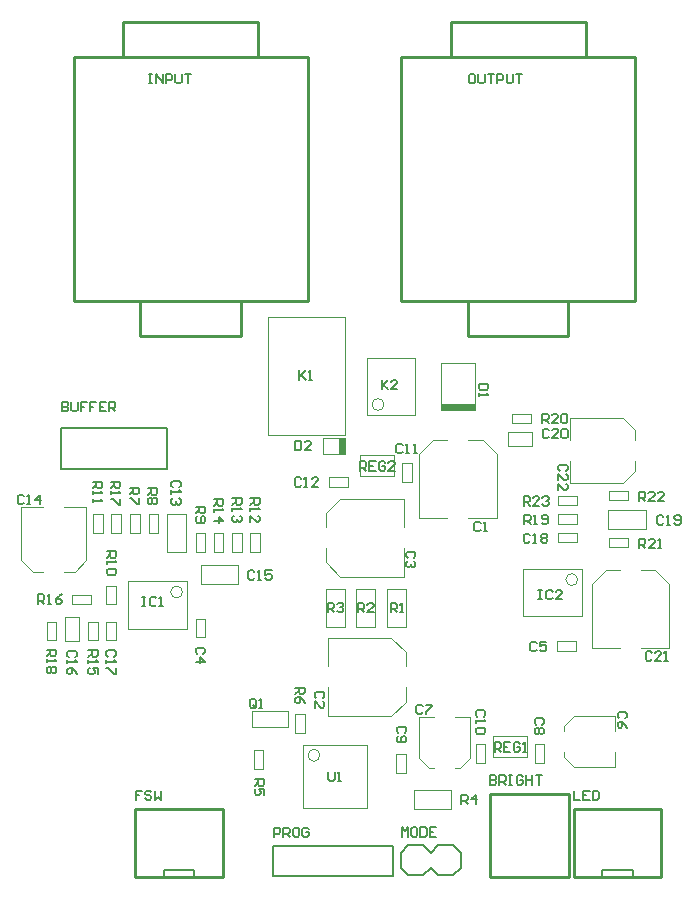
<source format=gto>
G04*
G04 #@! TF.GenerationSoftware,Altium Limited,Altium Designer,19.0.15 (446)*
G04*
G04 Layer_Color=65535*
%FSLAX25Y25*%
%MOIN*%
G70*
G01*
G75*
%ADD30C,0.01000*%
%ADD45C,0.00394*%
%ADD46C,0.00500*%
%ADD47C,0.00787*%
%ADD48C,0.00591*%
%ADD49R,0.02067X0.05315*%
%ADD50R,0.11417X0.02118*%
D30*
X152418Y64080D02*
Y86718D01*
X123284Y64080D02*
X152418D01*
X123284D02*
Y86718D01*
X152418D01*
X298520Y64080D02*
Y86718D01*
X269386Y64080D02*
X298520D01*
X269386D02*
Y86718D01*
X298520D01*
X241364Y91690D02*
X267742D01*
Y64131D02*
Y91690D01*
X241364Y64131D02*
Y91690D01*
Y64131D02*
X267742D01*
X211929Y337364D02*
X228487D01*
Y348978D01*
Y337364D02*
X273370D01*
X228487Y348978D02*
X273370D01*
Y337364D02*
Y348978D01*
Y337364D02*
X289929D01*
Y256262D02*
Y337364D01*
X267660Y256262D02*
X289929D01*
X234196D02*
X267660D01*
Y244451D02*
Y256262D01*
X234196Y244451D02*
X267660D01*
X234196D02*
Y256262D01*
X211929D02*
X234196D01*
X211929D02*
Y337364D01*
X102709D02*
X119269D01*
Y348978D01*
Y337364D02*
X164151D01*
X119269Y348978D02*
X164151D01*
Y337364D02*
Y348978D01*
Y337364D02*
X180710D01*
Y256262D02*
Y337364D01*
X158441Y256262D02*
X180710D01*
X124978D02*
X158441D01*
Y244451D02*
Y256262D01*
X124978Y244451D02*
X158441D01*
X124978D02*
Y256262D01*
X102709D02*
X124978D01*
X102709D02*
Y337364D01*
D45*
X184793Y104661D02*
G03*
X184793Y104661I-1969J0D01*
G01*
X206151Y221590D02*
G03*
X206151Y221590I-1969J0D01*
G01*
X139025Y159091D02*
G03*
X139025Y159091I-1969J0D01*
G01*
X270718Y163224D02*
G03*
X270718Y163224I-1969J0D01*
G01*
X275344Y140488D02*
Y161748D01*
Y140488D02*
X284836D01*
X291836D02*
X301328D01*
Y161748D01*
X280069Y166472D02*
X284836D01*
X275344Y161748D02*
X280069Y166472D01*
X296604D02*
X301328Y161748D01*
X291836Y166472D02*
X296604D01*
X231348Y100567D02*
X234695Y103913D01*
Y117496D01*
X229773Y100567D02*
X231348D01*
X229773Y117496D02*
X234695D01*
X217765D02*
X222687D01*
X221112Y100567D02*
X222687D01*
X217765Y103913D02*
X221112Y100567D01*
X217765Y103913D02*
Y117496D01*
X162254Y114012D02*
Y119524D01*
X174065Y114012D02*
Y119524D01*
X162254D02*
X174065D01*
X162254Y114012D02*
X174065D01*
X179281Y86945D02*
Y108205D01*
X200541Y86945D02*
Y108205D01*
X179281Y86945D02*
X200541D01*
X179281Y108205D02*
X200541D01*
X165895Y100036D02*
Y106335D01*
X162746Y100036D02*
Y106335D01*
Y100036D02*
X165895D01*
X162746Y106335D02*
X165895D01*
X176624Y118342D02*
X179773D01*
X176624Y112043D02*
X179773D01*
X176624D02*
Y118342D01*
X179773Y112043D02*
Y118342D01*
X216066Y86925D02*
Y93224D01*
X228664Y86925D02*
Y93224D01*
X216066D02*
X228664D01*
X216066Y86925D02*
X228664D01*
X210285Y98854D02*
Y105154D01*
X213435Y98854D02*
Y105154D01*
X210285D02*
X213435D01*
X210285Y98854D02*
X213435D01*
X266283Y104262D02*
X269629Y100915D01*
X283212D01*
X266283Y104262D02*
Y105836D01*
X283212Y100915D02*
Y105836D01*
Y112923D02*
Y117844D01*
X266283Y112923D02*
Y114498D01*
X269629Y117844D01*
X283212D01*
X239905Y101998D02*
Y108297D01*
X236755Y101998D02*
Y108297D01*
Y101998D02*
X239905D01*
X236755Y108297D02*
X239905D01*
X242464Y103966D02*
Y111053D01*
X253881Y103966D02*
Y111053D01*
X242464D02*
X253881D01*
X242464Y103966D02*
X253881D01*
X259590Y101998D02*
Y108297D01*
X256440Y101998D02*
Y108297D01*
Y101998D02*
X259590D01*
X256440Y108297D02*
X259590D01*
X198179Y197673D02*
Y204760D01*
X209596Y197673D02*
Y204760D01*
X198179D02*
X209596D01*
X198179Y197673D02*
X209596D01*
X200639Y218047D02*
X216387D01*
X200639Y236945D02*
X216387D01*
Y218047D02*
Y236945D01*
X200639Y218047D02*
Y236945D01*
X167569Y211453D02*
X193159D01*
X167569D02*
Y250823D01*
X193159D01*
Y211453D02*
Y250823D01*
X106939Y169622D02*
Y187339D01*
X99612D02*
X106939D01*
X85285D02*
X92612D01*
X85285Y169622D02*
Y187339D01*
X99655Y165685D02*
X103002D01*
X106939Y169622D01*
X85285D02*
X89222Y165685D01*
X92612D01*
X112352Y178776D02*
Y185075D01*
X109202Y178776D02*
Y185075D01*
Y178776D02*
X112352D01*
X109202Y185075D02*
X112352D01*
X118454Y178776D02*
Y185075D01*
X115305Y178776D02*
Y185075D01*
Y178776D02*
X118454D01*
X115305Y185075D02*
X118454D01*
X124813Y178776D02*
Y185075D01*
X121663Y178776D02*
Y185075D01*
Y178776D02*
X124813D01*
X121663Y185075D02*
X124813D01*
X127765Y178776D02*
Y185075D01*
X130915Y178776D02*
Y185075D01*
X127765D02*
X130915D01*
X127765Y178776D02*
X130915D01*
X133907Y172476D02*
X140206D01*
X133907Y185075D02*
X140206D01*
X133907Y172476D02*
Y185075D01*
X140206Y172476D02*
Y185075D01*
X113631Y161256D02*
X116781D01*
X113631Y154957D02*
X116781D01*
X113631D02*
Y161256D01*
X116781Y154957D02*
Y161256D01*
X140600Y146886D02*
Y162634D01*
X120915Y146886D02*
Y162634D01*
Y146886D02*
X140600D01*
X120915Y162634D02*
X140600D01*
X146506Y172476D02*
Y178776D01*
X143356Y172476D02*
Y178776D01*
Y172476D02*
X146506D01*
X143356Y178776D02*
X146506D01*
X152608Y172476D02*
Y178776D01*
X149458Y172476D02*
Y178776D01*
Y172476D02*
X152608D01*
X149458Y178776D02*
X152608D01*
X155561Y172476D02*
Y178776D01*
X158710Y172476D02*
Y178776D01*
X155561D02*
X158710D01*
X155561Y172476D02*
X158710D01*
X164813D02*
Y178776D01*
X161663Y172476D02*
Y178776D01*
Y172476D02*
X164813D01*
X161663Y178776D02*
X164813D01*
X145029Y161650D02*
Y167949D01*
X157628Y161650D02*
Y167949D01*
X145029D02*
X157628D01*
X145029Y161650D02*
X157628D01*
X146505Y143933D02*
Y150232D01*
X143356Y143933D02*
Y150232D01*
Y143933D02*
X146505D01*
X143356Y150232D02*
X146505D01*
X187352Y143835D02*
X208612D01*
X187352Y134343D02*
Y143835D01*
Y117850D02*
Y127342D01*
Y117850D02*
X208612D01*
X213336Y134343D02*
Y139110D01*
X208612Y143835D02*
X213336Y139110D01*
X208612Y117850D02*
X213336Y122575D01*
Y127342D01*
X207136Y160173D02*
X213435D01*
X207136Y147575D02*
X213435D01*
Y160173D01*
X207136Y147575D02*
Y160173D01*
X196899Y147575D02*
X203199D01*
X196899Y160173D02*
X203199D01*
X196899Y147575D02*
Y160173D01*
X203199Y147575D02*
Y160173D01*
X186860Y147575D02*
X193159D01*
X186860Y160173D02*
X193159D01*
X186860Y147575D02*
Y160173D01*
X193159Y147575D02*
Y160173D01*
X187844Y197378D02*
X194143D01*
X187844Y194228D02*
X194143D01*
Y197378D01*
X187844Y194228D02*
Y197378D01*
X191584Y164209D02*
X212844D01*
Y173701D01*
Y180701D02*
Y190193D01*
X191584D02*
X212844D01*
X186860Y168933D02*
Y173701D01*
Y168933D02*
X191584Y164209D01*
X186860Y185468D02*
X191584Y190193D01*
X186860Y180701D02*
Y185468D01*
X185974Y204957D02*
Y210272D01*
X193061D01*
Y204957D02*
Y210272D01*
X185974Y204957D02*
X193061D01*
X215403Y195705D02*
Y202004D01*
X212254Y195705D02*
Y202004D01*
Y195705D02*
X215403D01*
X212254Y202004D02*
X215403D01*
X217766Y183711D02*
Y204971D01*
Y183711D02*
X227258D01*
X234258D02*
X243750D01*
Y204971D01*
X222490Y209695D02*
X227258D01*
X217766Y204971D02*
X222490Y209695D01*
X239025D02*
X243750Y204971D01*
X234258Y209695D02*
X239025D01*
X225049Y219721D02*
Y235469D01*
X236466Y219721D02*
Y235469D01*
X225049D02*
X236466D01*
X225049Y219721D02*
X236466D01*
X268061Y217063D02*
X285777D01*
X268061Y209736D02*
Y217063D01*
Y195409D02*
Y202736D01*
Y195409D02*
X285777D01*
X289714Y209780D02*
Y213126D01*
X285777Y217063D02*
X289714Y213126D01*
X285777Y195409D02*
X289714Y199346D01*
Y202736D01*
X247603Y207614D02*
Y212339D01*
X255477Y207614D02*
Y212339D01*
X247603Y207614D02*
X255477D01*
X247603Y212339D02*
X255477D01*
X248966Y218539D02*
X255265D01*
X248966Y215390D02*
X255265D01*
Y218539D01*
X248966Y215390D02*
Y218539D01*
X281151Y189602D02*
X287451D01*
X281151Y192752D02*
X287451D01*
X281151Y189602D02*
Y192752D01*
X287451Y189602D02*
Y192752D01*
X280757Y180252D02*
Y186551D01*
X293356Y180252D02*
Y186551D01*
X280757D02*
X293356D01*
X280757Y180252D02*
X293356D01*
X281151Y177201D02*
X287450D01*
X281151Y174051D02*
X287450D01*
Y177201D01*
X281151Y174051D02*
Y177201D01*
X264222Y188028D02*
X270521D01*
X264222Y191177D02*
X270521D01*
X264222Y188028D02*
Y191177D01*
X270521Y188028D02*
Y191177D01*
X264222Y181836D02*
X270521D01*
X264222Y184986D02*
X270521D01*
X264222Y181836D02*
Y184986D01*
X270521Y181836D02*
Y184986D01*
X264235Y178785D02*
X270534D01*
X264235Y175635D02*
X270534D01*
Y178785D01*
X264235Y175635D02*
Y178785D01*
X263730Y142654D02*
X270029D01*
X263730Y139504D02*
X270029D01*
Y142654D01*
X263730Y139504D02*
Y142654D01*
X272293Y151020D02*
Y166768D01*
X252608Y151020D02*
Y166768D01*
Y151020D02*
X272293D01*
X252608Y166768D02*
X272293D01*
X108415Y155055D02*
Y158205D01*
X102116Y155055D02*
Y158205D01*
X108415D01*
X102116Y155055D02*
X108415D01*
X113631Y142949D02*
X116781D01*
X113631Y149248D02*
X116781D01*
Y142949D02*
Y149248D01*
X113631Y142949D02*
Y149248D01*
X107529D02*
X110679D01*
X107529Y142949D02*
X110679D01*
X107529D02*
Y149248D01*
X110679Y142949D02*
Y149248D01*
X99852Y142752D02*
Y150626D01*
X104576Y142752D02*
Y150626D01*
X99852D02*
X104576D01*
X99852Y142752D02*
X104576D01*
X93750Y149248D02*
X96899D01*
X93750Y142949D02*
X96899D01*
X93750D02*
Y149248D01*
X96899Y142949D02*
Y149248D01*
D46*
X169143Y64582D02*
X209143D01*
X169143Y74582D02*
X209143D01*
X169143Y64582D02*
Y74581D01*
X209143Y64582D02*
Y74582D01*
X219204Y64622D02*
X221704Y67122D01*
Y72122D02*
X224204Y74622D01*
X229204D02*
X231704Y72122D01*
X219204Y74622D02*
X221704Y72122D01*
X229204Y64622D02*
X231704Y67122D01*
X221704D02*
X224204Y64622D01*
X211704Y72122D02*
X214204Y74622D01*
X211704Y67122D02*
X214204Y64622D01*
X231704Y67122D02*
Y72122D01*
X211704Y67122D02*
Y72122D01*
X224204Y74622D02*
X229204D01*
X224204Y64622D02*
X229204D01*
X214204Y74622D02*
X219204D01*
X214204Y64622D02*
X219204D01*
X133907Y200134D02*
Y213913D01*
X98474D02*
X133907D01*
X98474Y200134D02*
Y213913D01*
Y200134D02*
X133907D01*
D47*
X132733Y64307D02*
Y66275D01*
X142969D01*
Y64307D02*
Y66275D01*
X278835Y64307D02*
Y66275D01*
X289071D01*
Y64307D02*
Y66275D01*
D48*
X176624Y127201D02*
X179772D01*
Y125627D01*
X179247Y125102D01*
X178198D01*
X177673Y125627D01*
Y127201D01*
Y126151D02*
X176624Y125102D01*
X179772Y121953D02*
X179247Y123003D01*
X178198Y124052D01*
X177148D01*
X176624Y123527D01*
Y122478D01*
X177148Y121953D01*
X177673D01*
X178198Y122478D01*
Y124052D01*
X169515Y77406D02*
Y80555D01*
X171089D01*
X171614Y80030D01*
Y78981D01*
X171089Y78456D01*
X169515D01*
X172664Y77406D02*
Y80555D01*
X174238D01*
X174763Y80030D01*
Y78981D01*
X174238Y78456D01*
X172664D01*
X173713D02*
X174763Y77406D01*
X177386Y80555D02*
X176337D01*
X175812Y80030D01*
Y77931D01*
X176337Y77406D01*
X177386D01*
X177911Y77931D01*
Y80030D01*
X177386Y80555D01*
X181060Y80030D02*
X180535Y80555D01*
X179485D01*
X178961Y80030D01*
Y77931D01*
X179485Y77406D01*
X180535D01*
X181060Y77931D01*
Y78981D01*
X180010D01*
X113730Y172673D02*
X116879D01*
Y171099D01*
X116354Y170574D01*
X115304D01*
X114779Y171099D01*
Y172673D01*
Y171624D02*
X113730Y170574D01*
Y169525D02*
Y168475D01*
Y169000D01*
X116879D01*
X116354Y169525D01*
Y166901D02*
X116879Y166376D01*
Y165326D01*
X116354Y164802D01*
X114255D01*
X113730Y165326D01*
Y166376D01*
X114255Y166901D01*
X116354D01*
X212384Y207974D02*
X211859Y208499D01*
X210810D01*
X210285Y207974D01*
Y205875D01*
X210810Y205350D01*
X211859D01*
X212384Y205875D01*
X213434Y205350D02*
X214483D01*
X213958D01*
Y208499D01*
X213434Y207974D01*
X216057Y205350D02*
X217107D01*
X216582D01*
Y208499D01*
X216057Y207974D01*
X198179Y199531D02*
Y202679D01*
X199753D01*
X200278Y202154D01*
Y201105D01*
X199753Y200580D01*
X198179D01*
X199228D02*
X200278Y199531D01*
X203426Y202679D02*
X201327D01*
Y199531D01*
X203426D01*
X201327Y201105D02*
X202377D01*
X206575Y202154D02*
X206050Y202679D01*
X205001D01*
X204476Y202154D01*
Y200056D01*
X205001Y199531D01*
X206050D01*
X206575Y200056D01*
Y201105D01*
X205525D01*
X209724Y199531D02*
X207625D01*
X209724Y201630D01*
Y202154D01*
X209199Y202679D01*
X208149D01*
X207625Y202154D01*
X178526Y196852D02*
X178001Y197377D01*
X176952D01*
X176427Y196852D01*
Y194753D01*
X176952Y194228D01*
X178001D01*
X178526Y194753D01*
X179575Y194228D02*
X180625D01*
X180100D01*
Y197377D01*
X179575Y196852D01*
X184298Y194228D02*
X182199D01*
X184298Y196327D01*
Y196852D01*
X183774Y197377D01*
X182724D01*
X182199Y196852D01*
X243061Y105842D02*
Y108991D01*
X244635D01*
X245160Y108466D01*
Y107417D01*
X244635Y106892D01*
X243061D01*
X244110D02*
X245160Y105842D01*
X248308Y108991D02*
X246209D01*
Y105842D01*
X248308D01*
X246209Y107417D02*
X247259D01*
X251457Y108466D02*
X250932Y108991D01*
X249883D01*
X249358Y108466D01*
Y106367D01*
X249883Y105842D01*
X250932D01*
X251457Y106367D01*
Y107417D01*
X250407D01*
X252506Y105842D02*
X253556D01*
X253031D01*
Y108991D01*
X252506Y108466D01*
X187647Y99247D02*
Y96623D01*
X188172Y96099D01*
X189222D01*
X189746Y96623D01*
Y99247D01*
X190796Y96099D02*
X191845D01*
X191321D01*
Y99247D01*
X190796Y98722D01*
X252694Y187929D02*
Y191078D01*
X254268D01*
X254793Y190553D01*
Y189503D01*
X254268Y188979D01*
X252694D01*
X253743D02*
X254793Y187929D01*
X257941D02*
X255842D01*
X257941Y190028D01*
Y190553D01*
X257417Y191078D01*
X256367D01*
X255842Y190553D01*
X258991D02*
X259516Y191078D01*
X260565D01*
X261090Y190553D01*
Y190028D01*
X260565Y189503D01*
X260040D01*
X260565D01*
X261090Y188979D01*
Y188454D01*
X260565Y187929D01*
X259516D01*
X258991Y188454D01*
X291092Y189307D02*
Y192456D01*
X292667D01*
X293191Y191931D01*
Y190881D01*
X292667Y190357D01*
X291092D01*
X292142D02*
X293191Y189307D01*
X296340D02*
X294241D01*
X296340Y191406D01*
Y191931D01*
X295815Y192456D01*
X294765D01*
X294241Y191931D01*
X299488Y189307D02*
X297389D01*
X299488Y191406D01*
Y191931D01*
X298964Y192456D01*
X297914D01*
X297389Y191931D01*
X291191Y173749D02*
Y176897D01*
X292765D01*
X293290Y176373D01*
Y175323D01*
X292765Y174798D01*
X291191D01*
X292240D02*
X293290Y173749D01*
X296438D02*
X294339D01*
X296438Y175848D01*
Y176373D01*
X295914Y176897D01*
X294864D01*
X294339Y176373D01*
X297488Y173749D02*
X298537D01*
X298013D01*
Y176897D01*
X297488Y176373D01*
X258907Y215390D02*
Y218538D01*
X260481D01*
X261006Y218014D01*
Y216964D01*
X260481Y216439D01*
X258907D01*
X259957D02*
X261006Y215390D01*
X264155D02*
X262056D01*
X264155Y217489D01*
Y218014D01*
X263630Y218538D01*
X262580D01*
X262056Y218014D01*
X265204D02*
X265729Y218538D01*
X266779D01*
X267303Y218014D01*
Y215915D01*
X266779Y215390D01*
X265729D01*
X265204Y215915D01*
Y218014D01*
X252903Y181728D02*
Y184877D01*
X254478D01*
X255002Y184352D01*
Y183303D01*
X254478Y182778D01*
X252903D01*
X253953D02*
X255002Y181728D01*
X256052D02*
X257101D01*
X256576D01*
Y184877D01*
X256052Y184352D01*
X258676Y182253D02*
X259200Y181728D01*
X260250D01*
X260775Y182253D01*
Y184352D01*
X260250Y184877D01*
X259200D01*
X258676Y184352D01*
Y183827D01*
X259200Y183303D01*
X260775D01*
X93750Y139898D02*
X96898D01*
Y138323D01*
X96373Y137799D01*
X95324D01*
X94799Y138323D01*
Y139898D01*
Y138848D02*
X93750Y137799D01*
Y136749D02*
Y135699D01*
Y136224D01*
X96898D01*
X96373Y136749D01*
Y134125D02*
X96898Y133600D01*
Y132551D01*
X96373Y132026D01*
X95849D01*
X95324Y132551D01*
X94799Y132026D01*
X94274D01*
X93750Y132551D01*
Y133600D01*
X94274Y134125D01*
X94799D01*
X95324Y133600D01*
X95849Y134125D01*
X96373D01*
X95324Y133600D02*
Y132551D01*
X115160Y195902D02*
X118308D01*
Y194327D01*
X117783Y193802D01*
X116734D01*
X116209Y194327D01*
Y195902D01*
Y194852D02*
X115160Y193802D01*
Y192753D02*
Y191703D01*
Y192228D01*
X118308D01*
X117783Y192753D01*
X118308Y190129D02*
Y188030D01*
X117783D01*
X115684Y190129D01*
X115160D01*
X90895Y155154D02*
Y158302D01*
X92470D01*
X92994Y157777D01*
Y156728D01*
X92470Y156203D01*
X90895D01*
X91945D02*
X92994Y155154D01*
X94044D02*
X95093D01*
X94569D01*
Y158302D01*
X94044Y157777D01*
X98767Y158302D02*
X97717Y157777D01*
X96668Y156728D01*
Y155678D01*
X97193Y155154D01*
X98242D01*
X98767Y155678D01*
Y156203D01*
X98242Y156728D01*
X96668D01*
X107628Y139602D02*
X110776D01*
Y138028D01*
X110251Y137503D01*
X109202D01*
X108677Y138028D01*
Y139602D01*
Y138553D02*
X107628Y137503D01*
Y136454D02*
Y135404D01*
Y135929D01*
X110776D01*
X110251Y136454D01*
X110776Y131731D02*
Y133830D01*
X109202D01*
X109727Y132780D01*
Y132256D01*
X109202Y131731D01*
X108152D01*
X107628Y132256D01*
Y133305D01*
X108152Y133830D01*
X149458Y189996D02*
X152607D01*
Y188422D01*
X152082Y187897D01*
X151032D01*
X150508Y188422D01*
Y189996D01*
Y188947D02*
X149458Y187897D01*
Y186847D02*
Y185798D01*
Y186323D01*
X152607D01*
X152082Y186847D01*
X149458Y182649D02*
X152607D01*
X151032Y184224D01*
Y182125D01*
X155659Y190291D02*
X158808D01*
Y188717D01*
X158283Y188192D01*
X157233D01*
X156708Y188717D01*
Y190291D01*
Y189242D02*
X155659Y188192D01*
Y187143D02*
Y186093D01*
Y186618D01*
X158808D01*
X158283Y187143D01*
Y184519D02*
X158808Y183994D01*
Y182945D01*
X158283Y182420D01*
X157758D01*
X157233Y182945D01*
Y183469D01*
Y182945D01*
X156708Y182420D01*
X156184D01*
X155659Y182945D01*
Y183994D01*
X156184Y184519D01*
X161651Y190291D02*
X164799D01*
Y188717D01*
X164274Y188192D01*
X163225D01*
X162700Y188717D01*
Y190291D01*
Y189242D02*
X161651Y188192D01*
Y187143D02*
Y186093D01*
Y186618D01*
X164799D01*
X164274Y187143D01*
X161651Y182420D02*
Y184519D01*
X163750Y182420D01*
X164274D01*
X164799Y182945D01*
Y183994D01*
X164274Y184519D01*
X109104Y195803D02*
X112252D01*
Y194229D01*
X111728Y193704D01*
X110678D01*
X110153Y194229D01*
Y195803D01*
Y194754D02*
X109104Y193704D01*
Y192655D02*
Y191605D01*
Y192130D01*
X112252D01*
X111728Y192655D01*
X109104Y190031D02*
Y188981D01*
Y189506D01*
X112252D01*
X111728Y190031D01*
X143454Y187488D02*
X146603D01*
Y185914D01*
X146078Y185389D01*
X145028D01*
X144504Y185914D01*
Y187488D01*
Y186439D02*
X143454Y185389D01*
X143979Y184340D02*
X143454Y183815D01*
Y182766D01*
X143979Y182241D01*
X146078D01*
X146603Y182766D01*
Y183815D01*
X146078Y184340D01*
X145553D01*
X145028Y183815D01*
Y182241D01*
X127411Y193637D02*
X130560D01*
Y192062D01*
X130035Y191538D01*
X128985D01*
X128461Y192062D01*
Y193637D01*
Y192587D02*
X127411Y191538D01*
X130035Y190488D02*
X130560Y189963D01*
Y188914D01*
X130035Y188389D01*
X129510D01*
X128985Y188914D01*
X128461Y188389D01*
X127936D01*
X127411Y188914D01*
Y189963D01*
X127936Y190488D01*
X128461D01*
X128985Y189963D01*
X129510Y190488D01*
X130035D01*
X128985Y189963D02*
Y188914D01*
X121352Y193736D02*
X124501D01*
Y192162D01*
X123976Y191637D01*
X122926D01*
X122402Y192162D01*
Y193736D01*
Y192687D02*
X121352Y191637D01*
X124501Y190588D02*
Y188489D01*
X123976D01*
X121877Y190588D01*
X121352D01*
X163053Y96689D02*
X166202D01*
Y95115D01*
X165677Y94590D01*
X164627D01*
X164102Y95115D01*
Y96689D01*
Y95639D02*
X163053Y94590D01*
X166202Y91441D02*
Y93540D01*
X164627D01*
X165152Y92491D01*
Y91966D01*
X164627Y91441D01*
X163578D01*
X163053Y91966D01*
Y93016D01*
X163578Y93540D01*
X231958Y88402D02*
Y91550D01*
X233532D01*
X234057Y91025D01*
Y89976D01*
X233532Y89451D01*
X231958D01*
X233008D02*
X234057Y88402D01*
X236681D02*
Y91550D01*
X235107Y89976D01*
X237206D01*
X187352Y152399D02*
Y155548D01*
X188926D01*
X189451Y155023D01*
Y153974D01*
X188926Y153449D01*
X187352D01*
X188401D02*
X189451Y152399D01*
X190501Y155023D02*
X191025Y155548D01*
X192075D01*
X192600Y155023D01*
Y154499D01*
X192075Y153974D01*
X191550D01*
X192075D01*
X192600Y153449D01*
Y152924D01*
X192075Y152399D01*
X191025D01*
X190501Y152924D01*
X197517Y152299D02*
Y155448D01*
X199091D01*
X199616Y154923D01*
Y153874D01*
X199091Y153349D01*
X197517D01*
X198566D02*
X199616Y152299D01*
X202764D02*
X200665D01*
X202764Y154398D01*
Y154923D01*
X202239Y155448D01*
X201190D01*
X200665Y154923D01*
X208363Y152299D02*
Y155448D01*
X209938D01*
X210462Y154923D01*
Y153874D01*
X209938Y153349D01*
X208363D01*
X209413D02*
X210462Y152299D01*
X211512D02*
X212561D01*
X212037D01*
Y155448D01*
X211512Y154923D01*
X163467Y120934D02*
Y123033D01*
X162942Y123558D01*
X161892D01*
X161368Y123033D01*
Y120934D01*
X161892Y120410D01*
X162942D01*
X162417Y121459D02*
X163467Y120410D01*
X162942D02*
X163467Y120934D01*
X164516Y120410D02*
X165566D01*
X165041D01*
Y123558D01*
X164516Y123033D01*
X212009Y77482D02*
Y80631D01*
X213058Y79581D01*
X214108Y80631D01*
Y77482D01*
X216732Y80631D02*
X215682D01*
X215158Y80106D01*
Y78007D01*
X215682Y77482D01*
X216732D01*
X217256Y78007D01*
Y80106D01*
X216732Y80631D01*
X218306D02*
Y77482D01*
X219880D01*
X220405Y78007D01*
Y80106D01*
X219880Y80631D01*
X218306D01*
X223554D02*
X221455D01*
Y77482D01*
X223554D01*
X221455Y79056D02*
X222504D01*
X269428Y92910D02*
Y89762D01*
X271527D01*
X274676Y92910D02*
X272577D01*
Y89762D01*
X274676D01*
X272577Y91336D02*
X273626D01*
X275725Y92910D02*
Y89762D01*
X277300D01*
X277824Y90286D01*
Y92385D01*
X277300Y92910D01*
X275725D01*
X205364Y229759D02*
Y226610D01*
Y227660D01*
X207463Y229759D01*
X205889Y228185D01*
X207463Y226610D01*
X210612D02*
X208512D01*
X210612Y228709D01*
Y229234D01*
X210087Y229759D01*
X209037D01*
X208512Y229234D01*
X177903Y233007D02*
Y229858D01*
Y230908D01*
X180002Y233007D01*
X178428Y231433D01*
X180002Y229858D01*
X181052D02*
X182101D01*
X181577D01*
Y233007D01*
X181052Y232482D01*
X257628Y159778D02*
X258677D01*
X258152D01*
Y156630D01*
X257628D01*
X258677D01*
X262351Y159254D02*
X261826Y159778D01*
X260776D01*
X260251Y159254D01*
Y157155D01*
X260776Y156630D01*
X261826D01*
X262351Y157155D01*
X265499Y156630D02*
X263400D01*
X265499Y158729D01*
Y159254D01*
X264974Y159778D01*
X263925D01*
X263400Y159254D01*
X125541Y157515D02*
X126591D01*
X126066D01*
Y154366D01*
X125541D01*
X126591D01*
X130264Y156990D02*
X129739Y157515D01*
X128690D01*
X128165Y156990D01*
Y154891D01*
X128690Y154366D01*
X129739D01*
X130264Y154891D01*
X131313Y154366D02*
X132363D01*
X131838D01*
Y157515D01*
X131313Y156990D01*
X125497Y92927D02*
X123398D01*
Y91352D01*
X124447D01*
X123398D01*
Y89778D01*
X128645Y92402D02*
X128121Y92927D01*
X127071D01*
X126546Y92402D01*
Y91877D01*
X127071Y91352D01*
X128121D01*
X128645Y90827D01*
Y90303D01*
X128121Y89778D01*
X127071D01*
X126546Y90303D01*
X129695Y92927D02*
Y89778D01*
X130744Y90827D01*
X131794Y89778D01*
Y92927D01*
X176525Y209483D02*
Y206335D01*
X178100D01*
X178624Y206859D01*
Y208959D01*
X178100Y209483D01*
X176525D01*
X181773Y206335D02*
X179674D01*
X181773Y208434D01*
Y208959D01*
X181248Y209483D01*
X180199D01*
X179674Y208959D01*
X240894Y228579D02*
X237746D01*
Y227004D01*
X238270Y226480D01*
X240370D01*
X240894Y227004D01*
Y228579D01*
X237746Y225430D02*
Y224381D01*
Y224905D01*
X240894D01*
X240370Y225430D01*
X266846Y199413D02*
X267371Y199937D01*
Y200987D01*
X266846Y201512D01*
X264747D01*
X264222Y200987D01*
Y199937D01*
X264747Y199413D01*
X264222Y196264D02*
Y198363D01*
X266321Y196264D01*
X266846D01*
X267371Y196789D01*
Y197838D01*
X266846Y198363D01*
X264222Y193116D02*
Y195215D01*
X266321Y193116D01*
X266846D01*
X267371Y193640D01*
Y194690D01*
X266846Y195215D01*
X261105Y213000D02*
X260580Y213525D01*
X259530D01*
X259006Y213000D01*
Y210901D01*
X259530Y210376D01*
X260580D01*
X261105Y210901D01*
X264253Y210376D02*
X262154D01*
X264253Y212475D01*
Y213000D01*
X263728Y213525D01*
X262679D01*
X262154Y213000D01*
X265303D02*
X265827Y213525D01*
X266877D01*
X267402Y213000D01*
Y210901D01*
X266877Y210376D01*
X265827D01*
X265303Y210901D01*
Y213000D01*
X295455Y138880D02*
X294930Y139404D01*
X293881D01*
X293356Y138880D01*
Y136781D01*
X293881Y136256D01*
X294930D01*
X295455Y136781D01*
X298604Y136256D02*
X296504D01*
X298604Y138355D01*
Y138880D01*
X298079Y139404D01*
X297029D01*
X296504Y138880D01*
X299653Y136256D02*
X300703D01*
X300178D01*
Y139404D01*
X299653Y138880D01*
X299294Y184155D02*
X298769Y184680D01*
X297719D01*
X297195Y184155D01*
Y182056D01*
X297719Y181532D01*
X298769D01*
X299294Y182056D01*
X300343Y181532D02*
X301393D01*
X300868D01*
Y184680D01*
X300343Y184155D01*
X302967Y182056D02*
X303492Y181532D01*
X304541D01*
X305066Y182056D01*
Y184155D01*
X304541Y184680D01*
X303492D01*
X302967Y184155D01*
Y183631D01*
X303492Y183106D01*
X305066D01*
X254805Y178053D02*
X254281Y178578D01*
X253231D01*
X252706Y178053D01*
Y175954D01*
X253231Y175429D01*
X254281D01*
X254805Y175954D01*
X255855Y175429D02*
X256905D01*
X256380D01*
Y178578D01*
X255855Y178053D01*
X258479D02*
X259003Y178578D01*
X260053D01*
X260578Y178053D01*
Y177528D01*
X260053Y177003D01*
X260578Y176479D01*
Y175954D01*
X260053Y175429D01*
X259003D01*
X258479Y175954D01*
Y176479D01*
X259003Y177003D01*
X258479Y177528D01*
Y178053D01*
X259003Y177003D02*
X260053D01*
X116157Y137503D02*
X116682Y138028D01*
Y139078D01*
X116157Y139602D01*
X114058D01*
X113533Y139078D01*
Y138028D01*
X114058Y137503D01*
X113533Y136454D02*
Y135404D01*
Y135929D01*
X116682D01*
X116157Y136454D01*
X116682Y133830D02*
Y131731D01*
X116157D01*
X114058Y133830D01*
X113533D01*
X103165Y137405D02*
X103690Y137930D01*
Y138979D01*
X103165Y139504D01*
X101066D01*
X100541Y138979D01*
Y137930D01*
X101066Y137405D01*
X100541Y136355D02*
Y135306D01*
Y135831D01*
X103690D01*
X103165Y136355D01*
X103690Y131632D02*
X103165Y132682D01*
X102115Y133731D01*
X101066D01*
X100541Y133207D01*
Y132157D01*
X101066Y131632D01*
X101591D01*
X102115Y132157D01*
Y133731D01*
X162975Y165750D02*
X162450Y166275D01*
X161400D01*
X160876Y165750D01*
Y163651D01*
X161400Y163126D01*
X162450D01*
X162975Y163651D01*
X164024Y163126D02*
X165074D01*
X164549D01*
Y166275D01*
X164024Y165750D01*
X168747Y166275D02*
X166648D01*
Y164700D01*
X167698Y165225D01*
X168222D01*
X168747Y164700D01*
Y163651D01*
X168222Y163126D01*
X167173D01*
X166648Y163651D01*
X86105Y190947D02*
X85580Y191471D01*
X84530D01*
X84006Y190947D01*
Y188848D01*
X84530Y188323D01*
X85580D01*
X86105Y188848D01*
X87154Y188323D02*
X88204D01*
X87679D01*
Y191471D01*
X87154Y190947D01*
X91352Y188323D02*
Y191471D01*
X89778Y189897D01*
X91877D01*
X137933Y193999D02*
X138458Y194524D01*
Y195574D01*
X137933Y196098D01*
X135834D01*
X135309Y195574D01*
Y194524D01*
X135834Y193999D01*
X135309Y192950D02*
Y191900D01*
Y192425D01*
X138458D01*
X137933Y192950D01*
Y190326D02*
X138458Y189801D01*
Y188752D01*
X137933Y188227D01*
X137408D01*
X136883Y188752D01*
Y189277D01*
Y188752D01*
X136359Y188227D01*
X135834D01*
X135309Y188752D01*
Y189801D01*
X135834Y190326D01*
X239385Y117523D02*
X239910Y118048D01*
Y119097D01*
X239385Y119622D01*
X237286D01*
X236761Y119097D01*
Y118048D01*
X237286Y117523D01*
X236761Y116473D02*
Y115424D01*
Y115949D01*
X239910D01*
X239385Y116473D01*
Y113850D02*
X239910Y113325D01*
Y112275D01*
X239385Y111751D01*
X237286D01*
X236761Y112275D01*
Y113325D01*
X237286Y113850D01*
X239385D01*
X213007Y112110D02*
X213532Y112634D01*
Y113684D01*
X213007Y114209D01*
X210908D01*
X210384Y113684D01*
Y112634D01*
X210908Y112110D01*
Y111060D02*
X210384Y110535D01*
Y109486D01*
X210908Y108961D01*
X213007D01*
X213532Y109486D01*
Y110535D01*
X213007Y111060D01*
X212483D01*
X211958Y110535D01*
Y108961D01*
X258972Y114866D02*
X259497Y115390D01*
Y116440D01*
X258972Y116965D01*
X256873D01*
X256348Y116440D01*
Y115390D01*
X256873Y114866D01*
X258972Y113816D02*
X259497Y113291D01*
Y112242D01*
X258972Y111717D01*
X258447D01*
X257922Y112242D01*
X257398Y111717D01*
X256873D01*
X256348Y112242D01*
Y113291D01*
X256873Y113816D01*
X257398D01*
X257922Y113291D01*
X258447Y113816D01*
X258972D01*
X257922Y113291D02*
Y112242D01*
X219077Y121065D02*
X218552Y121590D01*
X217503D01*
X216978Y121065D01*
Y118966D01*
X217503Y118441D01*
X218552D01*
X219077Y118966D01*
X220127Y121590D02*
X222226D01*
Y121065D01*
X220127Y118966D01*
Y118441D01*
X286629Y116932D02*
X287154Y117457D01*
Y118507D01*
X286629Y119032D01*
X284530D01*
X284005Y118507D01*
Y117457D01*
X284530Y116932D01*
X287154Y113784D02*
X286629Y114833D01*
X285580Y115883D01*
X284530D01*
X284005Y115358D01*
Y114309D01*
X284530Y113784D01*
X285055D01*
X285580Y114309D01*
Y115883D01*
X257069Y142029D02*
X256544Y142554D01*
X255495D01*
X254970Y142029D01*
Y139930D01*
X255495Y139406D01*
X256544D01*
X257069Y139930D01*
X260218Y142554D02*
X258119D01*
Y140980D01*
X259168Y141505D01*
X259693D01*
X260218Y140980D01*
Y139930D01*
X259693Y139406D01*
X258644D01*
X258119Y139930D01*
X145980Y138488D02*
X146504Y139012D01*
Y140062D01*
X145980Y140587D01*
X143881D01*
X143356Y140062D01*
Y139012D01*
X143881Y138488D01*
X143356Y135864D02*
X146504D01*
X144930Y137438D01*
Y135339D01*
X216137Y170476D02*
X216662Y171001D01*
Y172050D01*
X216137Y172575D01*
X214038D01*
X213513Y172050D01*
Y171001D01*
X214038Y170476D01*
X216137Y169426D02*
X216662Y168902D01*
Y167852D01*
X216137Y167327D01*
X215613D01*
X215088Y167852D01*
Y168377D01*
Y167852D01*
X214563Y167327D01*
X214038D01*
X213513Y167852D01*
Y168902D01*
X214038Y169426D01*
X185744Y123724D02*
X186268Y124249D01*
Y125298D01*
X185744Y125823D01*
X183644D01*
X183120Y125298D01*
Y124249D01*
X183644Y123724D01*
X183120Y120575D02*
Y122674D01*
X185219Y120575D01*
X185744D01*
X186268Y121100D01*
Y122150D01*
X185744Y122674D01*
X238368Y181990D02*
X237844Y182515D01*
X236794D01*
X236269Y181990D01*
Y179891D01*
X236794Y179366D01*
X237844D01*
X238368Y179891D01*
X239418Y179366D02*
X240468D01*
X239943D01*
Y182515D01*
X239418Y181990D01*
X98769Y222464D02*
Y219316D01*
X100343D01*
X100868Y219841D01*
Y220365D01*
X100343Y220890D01*
X98769D01*
X100343D01*
X100868Y221415D01*
Y221939D01*
X100343Y222464D01*
X98769D01*
X101917D02*
Y219841D01*
X102442Y219316D01*
X103491D01*
X104016Y219841D01*
Y222464D01*
X107165D02*
X105066D01*
Y220890D01*
X106115D01*
X105066D01*
Y219316D01*
X110313Y222464D02*
X108214D01*
Y220890D01*
X109264D01*
X108214D01*
Y219316D01*
X113462Y222464D02*
X111363D01*
Y219316D01*
X113462D01*
X111363Y220890D02*
X112412D01*
X114512Y219316D02*
Y222464D01*
X116086D01*
X116611Y221939D01*
Y220890D01*
X116086Y220365D01*
X114512D01*
X115561D02*
X116611Y219316D01*
X241476Y97942D02*
Y94794D01*
X243051D01*
X243576Y95318D01*
Y95843D01*
X243051Y96368D01*
X241476D01*
X243051D01*
X243576Y96893D01*
Y97417D01*
X243051Y97942D01*
X241476D01*
X244625Y94794D02*
Y97942D01*
X246199D01*
X246724Y97417D01*
Y96368D01*
X246199Y95843D01*
X244625D01*
X245675D02*
X246724Y94794D01*
X247774Y97942D02*
X248823D01*
X248299D01*
Y94794D01*
X247774D01*
X248823D01*
X252497Y97417D02*
X251972Y97942D01*
X250922D01*
X250397Y97417D01*
Y95318D01*
X250922Y94794D01*
X251972D01*
X252497Y95318D01*
Y96368D01*
X251447D01*
X253546Y97942D02*
Y94794D01*
Y96368D01*
X255645D01*
Y97942D01*
Y94794D01*
X256695Y97942D02*
X258794D01*
X257744D01*
Y94794D01*
X236003Y331764D02*
X234953D01*
X234429Y331240D01*
Y329140D01*
X234953Y328616D01*
X236003D01*
X236528Y329140D01*
Y331240D01*
X236003Y331764D01*
X237577D02*
Y329140D01*
X238102Y328616D01*
X239151D01*
X239676Y329140D01*
Y331764D01*
X240726D02*
X242825D01*
X241775D01*
Y328616D01*
X243874D02*
Y331764D01*
X245449D01*
X245973Y331240D01*
Y330190D01*
X245449Y329665D01*
X243874D01*
X247023Y331764D02*
Y329140D01*
X247548Y328616D01*
X248597D01*
X249122Y329140D01*
Y331764D01*
X250171D02*
X252271D01*
X251221D01*
Y328616D01*
X127709Y331764D02*
X128759D01*
X128234D01*
Y328616D01*
X127709D01*
X128759D01*
X130333D02*
Y331764D01*
X132432Y328616D01*
Y331764D01*
X133482Y328616D02*
Y331764D01*
X135056D01*
X135581Y331240D01*
Y330190D01*
X135056Y329665D01*
X133482D01*
X136630Y331764D02*
Y329140D01*
X137155Y328616D01*
X138205D01*
X138730Y329140D01*
Y331764D01*
X139779D02*
X141878D01*
X140829D01*
Y328616D01*
D49*
X192027Y207614D02*
D03*
D50*
X230758Y220780D02*
D03*
M02*

</source>
